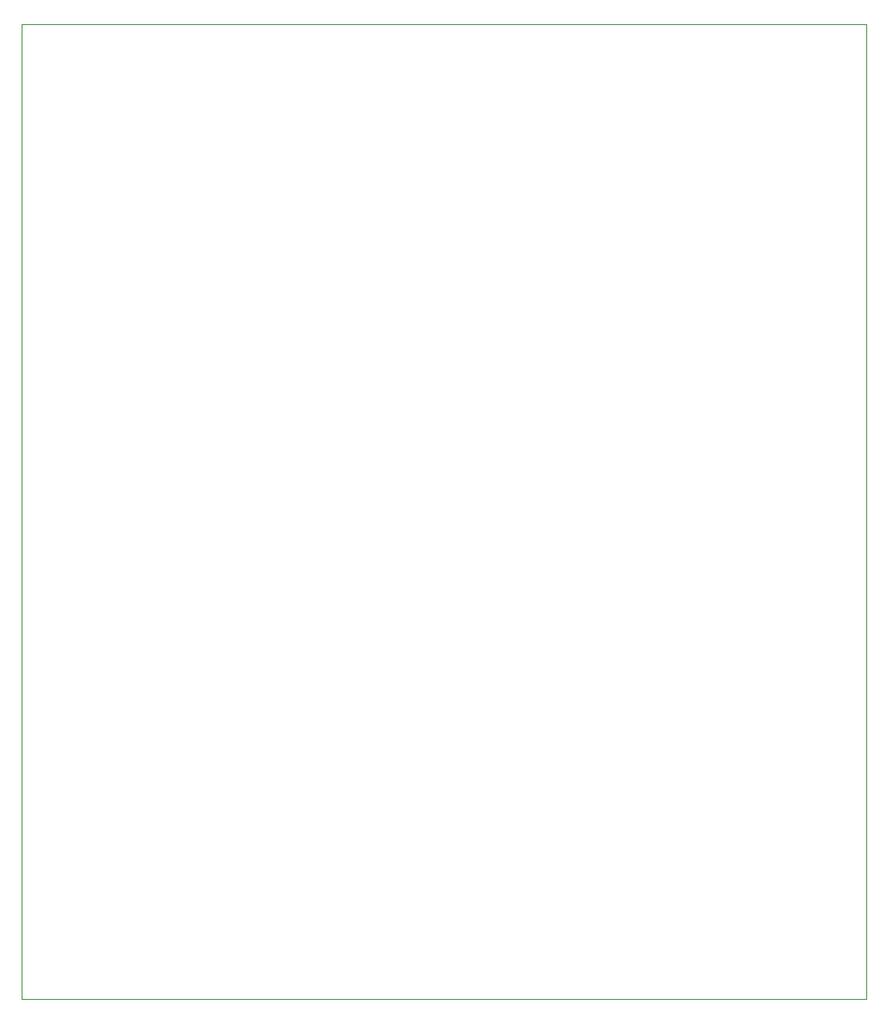
<source format=gbr>
%TF.GenerationSoftware,KiCad,Pcbnew,(5.1.9)-1*%
%TF.CreationDate,2022-02-27T18:21:23-05:00*%
%TF.ProjectId,LabPSU,4c616250-5355-42e6-9b69-6361645f7063,rev?*%
%TF.SameCoordinates,Original*%
%TF.FileFunction,Profile,NP*%
%FSLAX46Y46*%
G04 Gerber Fmt 4.6, Leading zero omitted, Abs format (unit mm)*
G04 Created by KiCad (PCBNEW (5.1.9)-1) date 2022-02-27 18:21:23*
%MOMM*%
%LPD*%
G01*
G04 APERTURE LIST*
%TA.AperFunction,Profile*%
%ADD10C,0.050000*%
%TD*%
G04 APERTURE END LIST*
D10*
X136144000Y-52578000D02*
X53340000Y-52578000D01*
X136144000Y-148082000D02*
X136144000Y-52578000D01*
X53340000Y-148082000D02*
X136144000Y-148082000D01*
X53340000Y-52578000D02*
X53340000Y-148082000D01*
M02*

</source>
